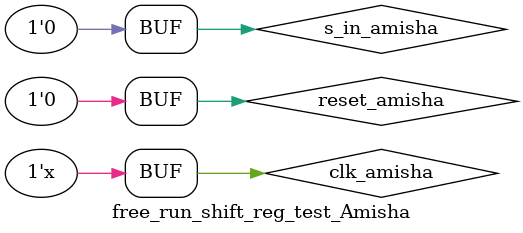
<source format=v>
`timescale 1ns / 1ps


module free_run_shift_reg_test_Amisha;
	// Inputs
	reg clk_amisha;
	reg reset_amisha;
	reg s_in_amisha;
	// Outputs
	wire s_out_amisha;
	// Instantiate the Unit Under Test (UUT)
	free_run_shift_reg_Amisha uut (
		.clk_amisha(clk_amisha), 
		.reset_amisha(reset_amisha), 
		.s_in_amisha(s_in_amisha), 
		.s_out_amisha(s_out_amisha)
	);
	initial begin
		clk_amisha = 0;
		reset_amisha = 1;
		s_in_amisha = 1;
		#50;
		clk_amisha = 1;
		reset_amisha = 0;
		s_in_amisha = 1;
		#50;
		s_in_amisha = 0;
		#50;
		s_in_amisha = 1;
		#50;
		s_in_amisha = 1;
		#50;
		s_in_amisha = 0;
		#50;
		s_in_amisha = 1;
		#50;
		s_in_amisha = 0;
		#50;
		s_in_amisha = 0;
		#50;
	end
always #25 clk_amisha = ~clk_amisha;   
endmodule


</source>
